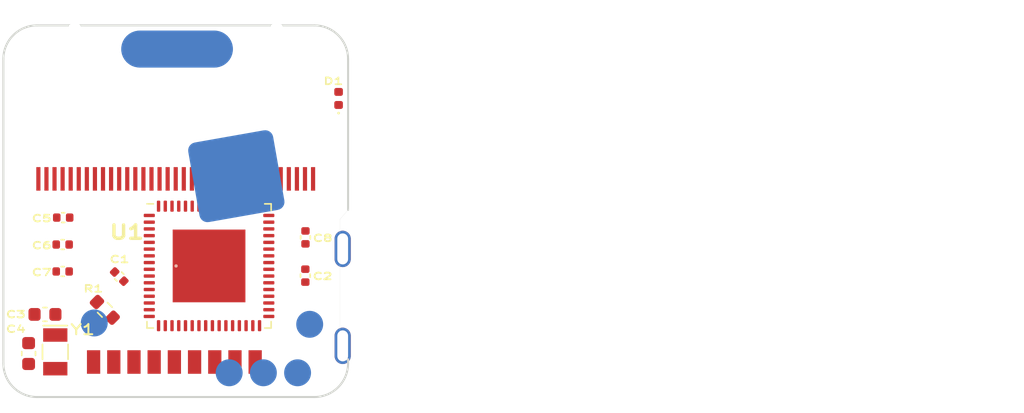
<source format=kicad_pcb>
(kicad_pcb (version 20220621) (generator pcbnew)
  (title_block (title "PowerPIC Calculator Watch") (date "2022-08-17") (rev "3.0") (company "IN DEVELOPMENT") (comment 1 "Designed by Rex McKinnon <0xff@rexploits.com>") (comment 2 "IN DEVELOPMENT") (comment 3 "IN DEVELOPMENT"))
  (layers (0 "F.Cu" signal) (31 "B.Cu" signal) (34 "B.Paste" user) (35 "F.Paste" user) (36 "B.SilkS" user "B.Silkscreen") (37 "F.SilkS" user "F.Silkscreen") (38 "B.Mask" user) (39 "F.Mask" user) (44 "Edge.Cuts" user))
  (net 0 "")
  (net 1 "GND")
  (net 2 "VCC")
  (net 3 "/SEG22")
  (net 4 "/SEG25")
  (net 5 "/CFLY1")
  (net 6 "/CFLY2")
  (net 7 "/VLCD1")
  (net 8 "/VLCD2")
  (net 9 "/MODE")
  (net 10 "/ADJ")
  (net 11 "/~{MCLR}")
  (net 12 "/VLCD3")
  (net 14 "/BUZZ")
  (net 15 "/SOSCI")
  (net 16 "/SOSCO")
  (net 17 "Net-(D1-A)")
  (net 18 "/ROW3")
  (net 19 "/ROW2")
  (net 20 "/ROW1")
  (net 21 "/ROW0")
  (net 22 "/COL0")
  (net 23 "/COL1")
  (net 24 "/COL2")
  (net 25 "/COL3")
  (net 26 "/COM0")
  (net 27 "/COM1")
  (net 28 "/COM2")
  (net 29 "/COM3")
  (net 30 "/SEG0")
  (net 31 "/SEG1")
  (net 32 "/SEG2")
  (net 33 "/SEG3")
  (net 34 "/SEG4")
  (net 35 "/SEG5")
  (net 36 "/SEG6")
  (net 37 "/SEG7")
  (net 38 "/SEG8")
  (net 39 "/SEG9")
  (net 40 "/SEG10")
  (net 41 "/SEG11")
  (net 42 "/SEG12")
  (net 43 "/SEG13")
  (net 44 "/SEG14")
  (net 45 "/SEG15")
  (net 46 "/SEG16")
  (net 47 "/SEG17")
  (net 48 "/SEG18")
  (net 49 "/SEG19")
  (net 50 "/SEG20")
  (net 51 "/SEG21")
  (net 52 "/SEG23")
  (net 53 "/SEG24")
  (net 54 "/SEG26")
  (net 55 "/SEG27")
  (net 56 "/SEG28")
  (net 57 "/SEG29")
  (net 58 "/SEG30")
  (net 59 "/RH1")
  (net 60 "/RH0")
  (net 61 "/DEBUG")
  (net 62 "/LIGHT")
  (footprint "Capacitor_SMD:C_0402_1005Metric" (layer "F.Cu") (at 122.46 56.5 180)
    (fp_text reference "C5" (at 1.6 -0.06) (layer "F.SilkS") (effects (font (size 0.5 0.75) (thickness 0.125))))
    (fp_text value "0.27μF")
    (fp_line (start -0.107836 -0.36) (end 0.107836 -0.36) (stroke (width 0.12)) (layer "F.SilkS"))
    (fp_line (start -0.107836 0.36) (end 0.107836 0.36) (stroke (width 0.12)) (layer "F.SilkS"))
    (pad "1" smd roundrect locked (at -0.48 0 180) (size 0.56 0.62) (layers "F.Cu" "F.Paste" "F.Mask") (net 12 "/VLCD3"))
    (pad "2" smd roundrect locked (at 0.48 0 180) (size 0.56 0.62) (layers "F.Cu" "F.Paste" "F.Mask") (net 1 "GND"))
  )
  (footprint "powerpic:ppc-board" (layer "F.Cu") (at 118.015 69.825)
    (fp_text reference "PPC1" hide)
    (fp_text value "ppc-board" hide)
    (pad "" np_thru_hole circle locked (at 1.6 -13.8) (size 1.2 1.2) (drill 1.2) (layers *.Cu *.Mask))
    (pad "" np_thru_hole circle locked (at 5.3 -27.3) (size 1 1) (drill 1) (layers *.Cu *.Mask))
    (pad "" np_thru_hole circle locked (at 20.3 -27.3) (size 1 1) (drill 1) (layers *.Cu *.Mask))
    (pad "" np_thru_hole circle locked (at 23.9 -13.8) (size 1.2 1.2) (drill 1.2) (layers *.Cu *.Mask))
    (pad "1" connect roundrect locked (at 12.9 -25.84) (size 8.3 2.75) (layers "B.Cu" "B.Mask") (roundrect_rratio 0.5) (net 2 "VCC"))
    (pad "2" connect roundrect locked (at 17.3 -16.4 10) (size 6.4 6) (layers "B.Cu" "B.Mask") (roundrect_rratio 0.1) (net 1 "GND"))
    (pad "3" smd circle locked (at 6.75 -5.5) (size 2 2) (layers "B.Cu" "B.Mask") (net 14 "/BUZZ"))
    (pad "4" thru_hole oval locked (at 25.2 -11) (size 1.2 2.7) (drill oval 0.8 2.3) (layers *.Cu *.Mask) (net 9 "/MODE"))
    (pad "5" thru_hole oval locked (at 25.2 -3.8) (size 1.2 2.7) (drill oval 0.8 2.3) (layers *.Cu *.Mask) (net 10 "/ADJ"))
    (pad "6" connect rect locked (at 6.7 -2.6) (size 0.985 1.75) (layers "F.Cu" "F.Mask") (net 1 "GND"))
    (pad "7" connect rect locked (at 8.2 -2.6) (size 0.985 1.75) (layers "F.Cu" "F.Mask") (net 18 "/ROW3"))
    (pad "8" connect rect locked (at 9.7 -2.6) (size 0.985 1.75) (layers "F.Cu" "F.Mask") (net 19 "/ROW2"))
    (pad "9" connect rect locked (at 11.2 -2.6) (size 0.985 1.75) (layers "F.Cu" "F.Mask") (net 20 "/ROW1"))
    (pad "10" connect rect locked (at 12.7 -2.6) (size 0.985 1.75) (layers "F.Cu" "F.Mask") (net 21 "/ROW0"))
    (pad "11" connect rect locked (at 14.2 -2.6) (size 0.985 1.75) (layers "F.Cu" "F.Mask") (net 22 "/COL0"))
    (pad "12" connect rect locked (at 15.7 -2.6) (size 0.985 1.75) (layers "F.Cu" "F.Mask") (net 23 "/COL1"))
    (pad "13" connect rect locked (at 17.2 -2.6) (size 0.985 1.75) (layers "F.Cu" "F.Mask") (net 24 "/COL2"))
    (pad "14" connect rect locked (at 18.7 -2.6) (size 0.985 1.75) (layers "F.Cu" "F.Mask") (net 25 "/COL3"))
    (pad "15" connect rect locked (at 2.6 -16.2) (size 0.31 1.75) (layers "F.Cu" "F.Mask") (net 26 "/COM0"))
    (pad "16" connect rect locked (at 3.2 -16.2) (size 0.31 1.75) (layers "F.Cu" "F.Mask") (net 27 "/COM1"))
    (pad "17" connect rect locked (at 3.8 -16.2) (size 0.31 1.75) (layers "F.Cu" "F.Mask") (net 28 "/COM2"))
    (pad "18" connect rect locked (at 4.4 -16.2) (size 0.31 1.75) (layers "F.Cu" "F.Mask") (net 29 "/COM3"))
    (pad "19" connect rect locked (at 5 -16.2) (size 0.31 1.75) (layers "F.Cu" "F.Mask") (net 30 "/SEG0"))
    (pad "20" connect rect locked (at 5.6 -16.2) (size 0.31 1.75) (layers "F.Cu" "F.Mask") (net 31 "/SEG1"))
    (pad "21" connect rect locked (at 6.2 -16.2) (size 0.31 1.75) (layers "F.Cu" "F.Mask") (net 32 "/SEG2"))
    (pad "22" connect rect locked (at 6.8 -16.2) (size 0.31 1.75) (layers "F.Cu" "F.Mask") (net 33 "/SEG3"))
    (pad "23" connect rect locked (at 7.4 -16.2) (size 0.31 1.75) (layers "F.Cu" "F.Mask") (net 34 "/SEG4"))
    (pad "24" connect rect locked (at 8 -16.2) (size 0.31 1.75) (layers "F.Cu" "F.Mask") (net 35 "/SEG5"))
    (pad "25" connect rect locked (at 8.6 -16.2) (size 0.31 1.75) (layers "F.Cu" "F.Mask") (net 36 "/SEG6"))
    (pad "26" connect rect locked (at 9.2 -16.2) (size 0.31 1.75) (layers "F.Cu" "F.Mask") (net 37 "/SEG7"))
    (pad "27" connect rect locked (at 9.8 -16.2) (size 0.31 1.75) (layers "F.Cu" "F.Mask") (net 38 "/SEG8"))
    (pad "28" connect rect locked (at 10.4 -16.2) (size 0.31 1.75) (layers "F.Cu" "F.Mask") (net 39 "/SEG9"))
    (pad "29" connect rect locked (at 11 -16.2) (size 0.31 1.75) (layers "F.Cu" "F.Mask") (net 40 "/SEG10"))
    (pad "30" connect rect locked (at 11.6 -16.2) (size 0.31 1.75) (layers "F.Cu" "F.Mask") (net 41 "/SEG11"))
    (pad "31" connect rect locked (at 12.2 -16.2) (size 0.31 1.75) (layers "F.Cu" "F.Mask") (net 42 "/SEG12"))
    (pad "32" connect rect locked (at 12.8 -16.2) (size 0.31 1.75) (layers "F.Cu" "F.Mask") (net 43 "/SEG13"))
    (pad "33" connect rect locked (at 13.4 -16.2) (size 0.31 1.75) (layers "F.Cu" "F.Mask") (net 44 "/SEG14"))
    (pad "34" connect rect locked (at 14 -16.2) (size 0.31 1.75) (layers "F.Cu" "F.Mask") (net 45 "/SEG15"))
    (pad "35" connect rect locked (at 14.6 -16.2) (size 0.31 1.75) (layers "F.Cu" "F.Mask") (net 46 "/SEG16"))
    (pad "36" connect rect locked (at 15.2 -16.2) (size 0.31 1.75) (layers "F.Cu" "F.Mask") (net 47 "/SEG17"))
    (pad "37" connect rect locked (at 15.8 -16.2) (size 0.31 1.75) (layers "F.Cu" "F.Mask") (net 48 "/SEG18"))
    (pad "38" connect rect locked (at 16.4 -16.2) (size 0.31 1.75) (layers "F.Cu" "F.Mask") (net 49 "/SEG19"))
    (pad "39" connect rect locked (at 17 -16.2) (size 0.31 1.75) (layers "F.Cu" "F.Mask") (net 50 "/SEG20"))
    (pad "40" connect rect locked (at 17.6 -16.2) (size 0.31 1.75) (layers "F.Cu" "F.Mask") (net 51 "/SEG21"))
    (pad "41" connect rect locked (at 18.2 -16.2) (size 0.31 1.75) (layers "F.Cu" "F.Mask") (net 3 "/SEG22"))
    (pad "42" connect rect locked (at 18.8 -16.2) (size 0.31 1.75) (layers "F.Cu" "F.Mask") (net 52 "/SEG23"))
    (pad "43" connect rect locked (at 19.4 -16.2) (size 0.31 1.75) (layers "F.Cu" "F.Mask") (net 53 "/SEG24"))
    (pad "44" connect rect locked (at 20 -16.2) (size 0.31 1.75) (layers "F.Cu" "F.Mask") (net 4 "/SEG25"))
    (pad "45" connect rect locked (at 20.6 -16.2) (size 0.31 1.75) (layers "F.Cu" "F.Mask") (net 54 "/SEG26"))
    (pad "46" connect rect locked (at 21.2 -16.2) (size 0.31 1.75) (layers "F.Cu" "F.Mask") (net 55 "/SEG27"))
    (pad "47" connect rect locked (at 21.8 -16.2) (size 0.31 1.75) (layers "F.Cu" "F.Mask") (net 56 "/SEG28"))
    (pad "48" connect rect locked (at 22.4 -16.2) (size 0.31 1.75) (layers "F.Cu" "F.Mask") (net 57 "/SEG29"))
    (pad "49" connect rect locked (at 23 -16.2 180) (size 0.31 1.75) (layers "F.Cu" "F.Mask") (net 58 "/SEG30"))
  )
  (footprint "Capacitor_SMD:C_0402_1005Metric" (layer "F.Cu") (at 126.620589 60.880589 -45)
    (fp_text reference "C1" (at -0.891788 -0.919239) (layer "F.SilkS") (effects (font (size 0.5 0.75) (thickness 0.125))))
    (fp_text value "0.1μF")
    (fp_line (start -0.107836 -0.36) (end 0.107836 -0.36) (stroke (width 0.12)) (layer "F.SilkS"))
    (fp_line (start -0.107836 0.36) (end 0.107836 0.36) (stroke (width 0.12)) (layer "F.SilkS"))
    (pad "1" smd roundrect locked (at -0.48 0 315) (size 0.56 0.62) (layers "F.Cu" "F.Paste" "F.Mask") (net 1 "GND"))
    (pad "2" smd roundrect locked (at 0.48 0 315) (size 0.56 0.62) (layers "F.Cu" "F.Paste" "F.Mask") (net 2 "VCC"))
  )
  (footprint "LED_SMD:LED_0402_1005Metric" (layer "F.Cu") (at 142.91 47.65 90)
    (fp_text reference "D1" (at 1.28 -0.39) (layer "F.SilkS") (effects (font (size 0.5 0.75) (thickness 0.125) bold)))
    (fp_text value "LCD_LED")
    (fp_circle (center -1.09 0) (end -1.04 0) (stroke (width 0.1)) (fill none) (layer "F.SilkS"))
    (pad "1" smd roundrect (at -0.485 0 90) (size 0.59 0.64) (layers "F.Cu" "F.Paste" "F.Mask") (net 1 "GND"))
    (pad "2" smd roundrect (at 0.485 0 90) (size 0.59 0.64) (layers "F.Cu" "F.Paste" "F.Mask") (net 17 "Net-(D1-A)"))
  )
  (footprint "Resistor_SMD:R_0603_1608Metric" (layer "F.Cu") (at 125.55 63.35 -45)
    (fp_text reference "R1" (at -1.718269 -0.502046) (layer "F.SilkS") (effects (font (size 0.5 0.75) (thickness 0.125))))
    (fp_text value "TBD")
    (fp_line (start -0.237258 -0.5225) (end 0.237258 -0.5225) (stroke (width 0.12)) (layer "F.SilkS"))
    (fp_line (start -0.237258 0.5225) (end 0.237258 0.5225) (stroke (width 0.12)) (layer "F.SilkS"))
    (pad "1" smd roundrect (at -0.825 0 315) (size 0.8 0.95) (layers "F.Cu" "F.Paste" "F.Mask") (net 17 "Net-(D1-A)"))
    (pad "2" smd roundrect (at 0.825 0 315) (size 0.8 0.95) (layers "F.Cu" "F.Paste" "F.Mask") (net 62 "/LIGHT"))
  )
  (footprint "Capacitor_SMD:C_0402_1005Metric" (layer "F.Cu") (at 140.44 60.81 -90)
    (fp_text reference "C2" (at 0.05 -1.28) (layer "F.SilkS") (effects (font (size 0.5 0.75) (thickness 0.125))))
    (fp_text value "0.1μF")
    (fp_line (start -0.107836 -0.36) (end 0.107836 -0.36) (stroke (width 0.12)) (layer "F.SilkS"))
    (fp_line (start -0.107836 0.36) (end 0.107836 0.36) (stroke (width 0.12)) (layer "F.SilkS"))
    (pad "1" smd roundrect locked (at -0.48 0 270) (size 0.56 0.62) (layers "F.Cu" "F.Paste" "F.Mask") (net 1 "GND"))
    (pad "2" smd roundrect locked (at 0.48 0 270) (size 0.56 0.62) (layers "F.Cu" "F.Paste" "F.Mask") (net 2 "VCC"))
  )
  (footprint "Capacitor_SMD:C_0402_1005Metric" (layer "F.Cu") (at 122.42 60.5 180)
    (fp_text reference "C7" (at 1.56 -0.07 180) (layer "F.SilkS") (effects (font (size 0.5 0.75) (thickness 0.125))))
    (fp_text value "0.27μF")
    (fp_line (start -0.107836 -0.36) (end 0.107836 -0.36) (stroke (width 0.12)) (layer "F.SilkS"))
    (fp_line (start -0.107836 0.36) (end 0.107836 0.36) (stroke (width 0.12)) (layer "F.SilkS"))
    (pad "1" smd roundrect locked (at -0.48 0 180) (size 0.56 0.62) (layers "F.Cu" "F.Paste" "F.Mask") (net 7 "/VLCD1"))
    (pad "2" smd roundrect locked (at 0.48 0 180) (size 0.56 0.62) (layers "F.Cu" "F.Paste" "F.Mask") (net 1 "GND"))
  )
  (footprint "Capacitor_SMD:C_0603_1608Metric" (layer "F.Cu") (at 121.105 63.69 180)
    (fp_text reference "C3" (at 2.165 0) (layer "F.SilkS") (effects (font (size 0.5 0.75) (thickness 0.125))))
    (fp_text value "TBD")
    (fp_line (start -0.14058 -0.51) (end 0.14058 -0.51) (stroke (width 0.12)) (layer "F.SilkS"))
    (fp_line (start -0.14058 0.51) (end 0.14058 0.51) (stroke (width 0.12)) (layer "F.SilkS"))
    (pad "1" smd roundrect (at -0.775 0 180) (size 0.9 0.95) (layers "F.Cu" "F.Paste" "F.Mask") (net 15 "/SOSCI"))
    (pad "2" smd roundrect (at 0.775 0 180) (size 0.9 0.95) (layers "F.Cu" "F.Paste" "F.Mask") (net 1 "GND"))
  )
  (footprint "Capacitor_SMD:C_0603_1608Metric" (layer "F.Cu") (at 119.89 66.595 90)
    (fp_text reference "C4" (at 1.815 -0.95 180) (layer "F.SilkS") (effects (font (size 0.5 0.75) (thickness 0.125))))
    (fp_text value "TBD")
    (fp_line (start -0.14058 -0.51) (end 0.14058 -0.51) (stroke (width 0.12)) (layer "F.SilkS"))
    (fp_line (start -0.14058 0.51) (end 0.14058 0.51) (stroke (width 0.12)) (layer "F.SilkS"))
    (pad "1" smd roundrect (at -0.775 0 90) (size 0.9 0.95) (layers "F.Cu" "F.Paste" "F.Mask") (net 16 "/SOSCO"))
    (pad "2" smd roundrect (at 0.775 0 90) (size 0.9 0.95) (layers "F.Cu" "F.Paste" "F.Mask") (net 1 "GND"))
  )
  (footprint "Package_DFN_QFN:QFN-64-1EP_9x9mm_P0.5mm_EP5.4x5.4mm" (layer "F.Cu") (at 133.29 60.09)
    (fp_text reference "U1" (at -6.11 -2.5 180) (layer "F.SilkS") (effects (font (size 1 1.25) (thickness 0.25) bold)))
    (fp_text value "PIC16LF1919x-I/MR")
    (fp_line (start -4.61 4.61) (end -4.61 4.135) (stroke (width 0.12)) (layer "F.SilkS"))
    (fp_line (start -4.135 -4.61) (end -4.61 -4.61) (stroke (width 0.12)) (layer "F.SilkS"))
    (fp_line (start -4.135 4.61) (end -4.61 4.61) (stroke (width 0.12)) (layer "F.SilkS"))
    (fp_line (start 4.135 -4.61) (end 4.61 -4.61) (stroke (width 0.12)) (layer "F.SilkS"))
    (fp_line (start 4.135 4.61) (end 4.61 4.61) (stroke (width 0.12)) (layer "F.SilkS"))
    (fp_line (start 4.61 -4.61) (end 4.61 -4.135) (stroke (width 0.12)) (layer "F.SilkS"))
    (fp_line (start 4.61 4.61) (end 4.61 4.135) (stroke (width 0.12)) (layer "F.SilkS"))
    (pad "1" smd roundrect locked (at -4.4375 -3.75) (size 0.825 0.25) (layers "F.Cu" "F.Paste" "F.Mask") (net 8 "/VLCD2"))
    (pad "2" smd roundrect locked (at -4.4375 -3.25) (size 0.825 0.25) (layers "F.Cu" "F.Paste" "F.Mask") (net 7 "/VLCD1"))
    (pad "3" smd roundrect locked (at -4.4375 -2.75) (size 0.825 0.25) (layers "F.Cu" "F.Paste" "F.Mask") (net 38 "/SEG8"))
    (pad "4" smd roundrect locked (at -4.4375 -2.25) (size 0.825 0.25) (layers "F.Cu" "F.Paste" "F.Mask") (net 37 "/SEG7"))
    (pad "5" smd roundrect locked (at -4.4375 -1.75) (size 0.825 0.25) (layers "F.Cu" "F.Paste" "F.Mask") (net 36 "/SEG6"))
    (pad "6" smd roundrect locked (at -4.4375 -1.25) (size 0.825 0.25) (layers "F.Cu" "F.Paste" "F.Mask") (net 35 "/SEG5"))
    (pad "7" smd roundrect locked (at -4.4375 -0.75) (size 0.825 0.25) (layers "F.Cu" "F.Paste" "F.Mask") (net 11 "/~{MCLR}"))
    (pad "8" smd roundrect locked (at -4.4375 -0.25) (size 0.825 0.25) (layers "F.Cu" "F.Paste" "F.Mask") (net 34 "/SEG4"))
    (pad "9" smd roundrect locked (at -4.4375 0.25) (size 0.825 0.25) (layers "F.Cu" "F.Paste" "F.Mask") (net 1 "GND"))
    (pad "10" smd roundrect locked (at -4.4375 0.75) (size 0.825 0.25) (layers "F.Cu" "F.Paste" "F.Mask") (net 2 "VCC"))
    (pad "11" smd roundrect locked (at -4.4375 1.25) (size 0.825 0.25) (layers "F.Cu" "F.Paste" "F.Mask") (net 33 "/SEG3"))
    (pad "12" smd roundrect locked (at -4.4375 1.75) (size 0.825 0.25) (layers "F.Cu" "F.Paste" "F.Mask") (net 32 "/SEG2"))
    (pad "13" smd roundrect locked (at -4.4375 2.25) (size 0.825 0.25) (layers "F.Cu" "F.Paste" "F.Mask") (net 31 "/SEG1"))
    (pad "14" smd roundrect locked (at -4.4375 2.75) (size 0.825 0.25) (layers "F.Cu" "F.Paste" "F.Mask") (net 30 "/SEG0"))
    (pad "15" smd roundrect locked (at -4.4375 3.25) (size 0.825 0.25) (layers "F.Cu" "F.Paste" "F.Mask") (net 40 "/SEG10"))
    (pad "16" smd roundrect locked (at -4.4375 3.75) (size 0.825 0.25) (layers "F.Cu" "F.Paste" "F.Mask") (net 41 "/SEG11"))
    (pad "17" smd roundrect locked (at -3.75 4.4375) (size 0.25 0.825) (layers "F.Cu" "F.Paste" "F.Mask") (net 39 "/SEG9"))
    (pad "18" smd roundrect locked (at -3.25 4.4375) (size 0.25 0.825) (layers "F.Cu" "F.Paste" "F.Mask") (net 42 "/SEG12"))
    (pad "19" smd roundrect locked (at -2.75 4.4375) (size 0.25 0.825) (layers "F.Cu" "F.Paste" "F.Mask") (net 62 "/LIGHT"))
    (pad "20" smd roundrect locked (at -2.25 4.4375) (size 0.25 0.825) (layers "F.Cu" "F.Paste" "F.Mask") (net 14 "/BUZZ"))
    (pad "21" smd roundrect locked (at -1.75 4.4375) (size 0.25 0.825) (layers "F.Cu" "F.Paste" "F.Mask") (net 18 "/ROW3"))
    (pad "22" smd roundrect locked (at -1.25 4.4375) (size 0.25 0.825) (layers "F.Cu" "F.Paste" "F.Mask") (net 19 "/ROW2"))
    (pad "23" smd roundrect locked (at -0.75 4.4375) (size 0.25 0.825) (layers "F.Cu" "F.Paste" "F.Mask") (net 20 "/ROW1"))
    (pad "24" smd roundrect locked (at -0.25 4.4375) (size 0.25 0.825) (layers "F.Cu" "F.Paste" "F.Mask") (net 21 "/ROW0"))
    (pad "25" smd roundrect locked (at 0.25 4.4375) (size 0.25 0.825) (layers "F.Cu" "F.Paste" "F.Mask") (net 59 "/RH1"))
    (pad "26" smd roundrect locked (at 0.75 4.4375) (size 0.25 0.825) (layers "F.Cu" "F.Paste" "F.Mask") (net 60 "/RH0"))
    (pad "27" smd roundrect locked (at 1.25 4.4375) (size 0.25 0.825) (layers "F.Cu" "F.Paste" "F.Mask"))
    (pad "28" smd roundrect locked (at 1.75 4.4375) (size 0.25 0.825) (layers "F.Cu" "F.Paste" "F.Mask"))
    (pad "29" smd roundrect locked (at 2.25 4.4375) (size 0.25 0.825) (layers "F.Cu" "F.Paste" "F.Mask") (net 15 "/SOSCI"))
    (pad "30" smd roundrect locked (at 2.75 4.4375) (size 0.25 0.825) (layers "F.Cu" "F.Paste" "F.Mask") (net 16 "/SOSCO"))
    (pad "31" smd roundrect locked (at 3.25 4.4375) (size 0.25 0.825) (layers "F.Cu" "F.Paste" "F.Mask") (net 22 "/COL0"))
    (pad "32" smd roundrect locked (at 3.75 4.4375) (size 0.25 0.825) (layers "F.Cu" "F.Paste" "F.Mask") (net 23 "/COL1"))
    (pad "33" smd roundrect locked (at 4.4375 3.75) (size 0.825 0.25) (layers "F.Cu" "F.Paste" "F.Mask") (net 24 "/COL2"))
    (pad "34" smd roundrect locked (at 4.4375 3.25) (size 0.825 0.25) (layers "F.Cu" "F.Paste" "F.Mask") (net 25 "/COL3"))
    (pad "35" smd roundrect locked (at 4.4375 2.75) (size 0.825 0.25) (layers "F.Cu" "F.Paste" "F.Mask") (net 61 "/DEBUG"))
    (pad "36" smd roundrect locked (at 4.4375 2.25) (size 0.825 0.25) (layers "F.Cu" "F.Paste" "F.Mask") (net 58 "/SEG30"))
    (pad "37" smd roundrect locked (at 4.4375 1.75) (size 0.825 0.25) (layers "F.Cu" "F.Paste" "F.Mask") (net 10 "/ADJ"))
    (pad "38" smd roundrect locked (at 4.4375 1.25) (size 0.825 0.25) (layers "F.Cu" "F.Paste" "F.Mask") (net 2 "VCC"))
    (pad "39" smd roundrect locked (at 4.4375 0.75) (size 0.825 0.25) (layers "F.Cu" "F.Paste" "F.Mask") (net 43 "/SEG13"))
    (pad "40" smd roundrect locked (at 4.4375 0.25) (size 0.825 0.25) (layers "F.Cu" "F.Paste" "F.Mask") (net 44 "/SEG14"))
    (pad "41" smd roundrect locked (at 4.4375 -0.25) (size 0.825 0.25) (layers "F.Cu" "F.Paste" "F.Mask") (net 1 "GND"))
    (pad "42" smd roundrect locked (at 4.4375 -0.75) (size 0.825 0.25) (layers "F.Cu" "F.Paste" "F.Mask") (net 9 "/MODE"))
    (pad "43" smd roundrect locked (at 4.4375 -1.25) (size 0.825 0.25) (layers "F.Cu" "F.Paste" "F.Mask") (net 57 "/SEG29"))
    (pad "44" smd roundrect locked (at 4.4375 -1.75) (size 0.825 0.25) (layers "F.Cu" "F.Paste" "F.Mask") (net 56 "/SEG28"))
    (pad "45" smd roundrect locked (at 4.4375 -2.25) (size 0.825 0.25) (layers "F.Cu" "F.Paste" "F.Mask") (net 55 "/SEG27"))
    (pad "46" smd roundrect locked (at 4.4375 -2.75) (size 0.825 0.25) (layers "F.Cu" "F.Paste" "F.Mask") (net 54 "/SEG26"))
    (pad "47" smd roundrect locked (at 4.4375 -3.25) (size 0.825 0.25) (layers "F.Cu" "F.Paste" "F.Mask") (net 4 "/SEG25"))
    (pad "48" smd roundrect locked (at 4.4375 -3.75) (size 0.825 0.25) (layers "F.Cu" "F.Paste" "F.Mask") (net 53 "/SEG24"))
    (pad "49" smd roundrect locked (at 3.75 -4.4375) (size 0.25 0.825) (layers "F.Cu" "F.Paste" "F.Mask") (net 52 "/SEG23"))
    (pad "50" smd roundrect locked (at 3.25 -4.4375) (size 0.25 0.825) (layers "F.Cu" "F.Paste" "F.Mask") (net 3 "/SEG22"))
    (pad "51" smd roundrect locked (at 2.75 -4.4375) (size 0.25 0.825) (layers "F.Cu" "F.Paste" "F.Mask") (net 51 "/SEG21"))
    (pad "52" smd roundrect locked (at 2.25 -4.4375) (size 0.25 0.825) (layers "F.Cu" "F.Paste" "F.Mask") (net 50 "/SEG20"))
    (pad "53" smd roundrect locked (at 1.75 -4.4375) (size 0.25 0.825) (layers "F.Cu" "F.Paste" "F.Mask") (net 49 "/SEG19"))
    (pad "54" smd roundrect locked (at 1.25 -4.4375) (size 0.25 0.825) (layers "F.Cu" "F.Paste" "F.Mask") (net 48 "/SEG18"))
    (pad "55" smd roundrect locked (at 0.75 -4.4375) (size 0.25 0.825) (layers "F.Cu" "F.Paste" "F.Mask") (net 47 "/SEG17"))
    (pad "56" smd roundrect locked (at 0.25 -4.4375) (size 0.25 0.825) (layers "F.Cu" "F.Paste" "F.Mask") (net 6 "/CFLY2"))
    (pad "57" smd roundrect locked (at -0.25 -4.4375) (size 0.25 0.825) (layers "F.Cu" "F.Paste" "F.Mask") (net 5 "/CFLY1"))
    (pad "58" smd roundrect locked (at -0.75 -4.4375) (size 0.25 0.825) (layers "F.Cu" "F.Paste" "F.Mask") (net 46 "/SEG16"))
    (pad "59" smd roundrect locked (at -1.25 -4.4375) (size 0.25 0.825) (layers "F.Cu" "F.Paste" "F.Mask") (net 45 "/SEG15"))
    (pad "60" smd roundrect locked (at -1.75 -4.4375) (size 0.25 0.825) (layers "F.Cu" "F.Paste" "F.Mask") (net 29 "/COM3"))
    (pad "61" smd roundrect locked (at -2.25 -4.4375) (size 0.25 0.825) (layers "F.Cu" "F.Paste" "F.Mask") (net 28 "/COM2"))
    (pad "62" smd roundrect locked (at -2.75 -4.4375) (size 0.25 0.825) (layers "F.Cu" "F.Paste" "F.Mask") (net 27 "/COM1"))
    (pad "63" smd roundrect locked (at -3.25 -4.4375) (size 0.25 0.825) (layers "F.Cu" "F.Paste" "F.Mask") (net 26 "/COM0"))
    (pad "64" smd roundrect locked (at -3.75 -4.4375) (size 0.25 0.825) (layers "F.Cu" "F.Paste" "F.Mask") (net 12 "/VLCD3"))
    (pad "65" smd rect locked (at 0 0) (size 5.4 5.4) (layers "F.Cu" "F.Mask") (net 1 "GND"))
  )
  (footprint "Capacitor_SMD:C_0402_1005Metric" (layer "F.Cu") (at 140.45 57.97 90)
    (fp_text reference "C8" (at -0.06 1.28 180) (layer "F.SilkS") (effects (font (size 0.5 0.75) (thickness 0.125))))
    (fp_text value "1μF")
    (fp_line (start -0.107836 -0.36) (end 0.107836 -0.36) (stroke (width 0.12)) (layer "F.SilkS"))
    (fp_line (start -0.107836 0.36) (end 0.107836 0.36) (stroke (width 0.12)) (layer "F.SilkS"))
    (pad "1" smd roundrect locked (at -0.48 0 90) (size 0.56 0.62) (layers "F.Cu" "F.Paste" "F.Mask") (net 5 "/CFLY1"))
    (pad "2" smd roundrect locked (at 0.48 0 90) (size 0.56 0.62) (layers "F.Cu" "F.Paste" "F.Mask") (net 6 "/CFLY2"))
  )
  (footprint "Crystal:Crystal_SMD_MicroCrystal_CC7V-T1A-2Pin_3.2x1.5mm" (layer "F.Cu") (at 121.87 66.47 -90)
    (fp_text reference "Y1" (at -1.65 -2.03) (layer "F.SilkS") (effects (font (size 0.75 1))))
    (fp_text value "32.768kHz")
    (fp_line (start -1.95 -0.9) (end -1.95 0.9) (stroke (width 0.12)) (layer "F.SilkS"))
    (fp_line (start -0.55 -0.95) (end 0.55 -0.95) (stroke (width 0.12)) (layer "F.SilkS"))
    (fp_line (start -0.55 0.95) (end 0.55 0.95) (stroke (width 0.12)) (layer "F.SilkS"))
    (pad "1" smd rect (at -1.25 0 270) (size 1 1.8) (layers "F.Cu" "F.Paste" "F.Mask") (net 15 "/SOSCI"))
    (pad "2" smd rect (at 1.25 0 270) (size 1 1.8) (layers "F.Cu" "F.Paste" "F.Mask") (net 16 "/SOSCO"))
  )
  (footprint "Capacitor_SMD:C_0402_1005Metric" (layer "F.Cu") (at 122.42 58.5 180)
    (fp_text reference "C6" (at 1.56 -0.07 180) (layer "F.SilkS") (effects (font (size 0.5 0.75) (thickness 0.125))))
    (fp_text value "0.27μF")
    (fp_line (start -0.107836 -0.36) (end 0.107836 -0.36) (stroke (width 0.12)) (layer "F.SilkS"))
    (fp_line (start -0.107836 0.36) (end 0.107836 0.36) (stroke (width 0.12)) (layer "F.SilkS"))
    (pad "1" smd roundrect locked (at -0.48 0 180) (size 0.56 0.62) (layers "F.Cu" "F.Paste" "F.Mask") (net 8 "/VLCD2"))
    (pad "2" smd roundrect locked (at 0.48 0 180) (size 0.56 0.62) (layers "F.Cu" "F.Paste" "F.Mask") (net 1 "GND"))
  )
  (footprint "powerpic:Progo_Pad_D2.0mm" (layer "B.Cu") (at 139.865 68.025 180)
    (fp_text reference "TP3" hide)
    (fp_text value "Adj")
    (pad "1" smd circle (at 0 0 180) (size 2 2) (property pad_prop_testpoint) (layers "B.Cu" "B.Mask") (net 10 "/ADJ"))
  )
  (footprint "powerpic:Progo_Pad_D2.0mm" (layer "B.Cu") (at 137.325 68.025 180)
    (fp_text reference "TP2" hide)
    (fp_text value "Mode")
    (pad "1" smd circle (at 0 0 180) (size 2 2) (property pad_prop_testpoint) (layers "B.Cu" "B.Mask") (net 9 "/MODE"))
  )
  (footprint "powerpic:Progo_Pad_D2.0mm" (layer "B.Cu") (at 134.785 68.025 180)
    (fp_text reference "TP1" hide)
    (fp_text value "~{MCLR}")
    (pad "1" smd circle (at 0 0 180) (size 2 2) (property pad_prop_testpoint) (layers "B.Cu" "B.Mask") (net 11 "/~{MCLR}"))
  )
  (footprint "powerpic:Progo_Pad_D2.0mm" (layer "B.Cu") (at 140.765 64.425 180)
    (fp_text reference "TP4" hide)
    (fp_text value "Debug")
    (pad "1" smd circle (at 0 0 180) (size 2 2) (property pad_prop_testpoint) (layers "B.Cu" "B.Mask") (net 61 "/DEBUG"))
  )
  (gr_circle (center 130.84 60.09) (end 130.965 60.09) (fill solid) (layer "B.SilkS"))
  (gr_arc (start 120.515 69.825) (mid 118.747233 69.092767) (end 118.015 67.325) (stroke (width 0.15)) (layer "Edge.Cuts"))
  (gr_arc (start 118.015 44.725) (mid 118.747233 42.957234) (end 120.515 42.225) (stroke (width 0.15)) (layer "Edge.Cuts"))
  (gr_line (start 118.015 44.725) (end 118.015 67.325) (stroke (width 0.15)) (layer "Edge.Cuts"))
  (gr_arc (start 143.615 67.325) (mid 142.882767 69.092767) (end 141.115 69.825) (stroke (width 0.15)) (layer "Edge.Cuts"))
  (gr_line (start 143.615 44.725) (end 143.615 55.925) (stroke (width 0.15)) (layer "Edge.Cuts"))
  (gr_line (start 143.615 67.025) (end 143.615 67.325) (stroke (width 0.15)) (layer "Edge.Cuts"))
  (gr_line (start 120.515 69.825) (end 141.115 69.825) (stroke (width 0.15)) (layer "Edge.Cuts"))
  (gr_line (start 143.615 55.925) (end 143.015 56.625) (stroke (width 0.01)) (layer "Edge.Cuts"))
  (gr_line (start 141.115 42.225) (end 120.515 42.225) (stroke (width 0.15)) (layer "Edge.Cuts"))
  (gr_line (start 143.015 56.625) (end 143.015 67.025) (stroke (width 0.01)) (layer "Edge.Cuts"))
  (gr_line (start 143.015 67.025) (end 143.615 67.025) (stroke (width 0.15)) (layer "Edge.Cuts"))
  (gr_arc (start 141.115 42.225) (mid 142.882767 42.957233) (end 143.615 44.725) (stroke (width 0.15)) (layer "Edge.Cuts"))
)
</source>
